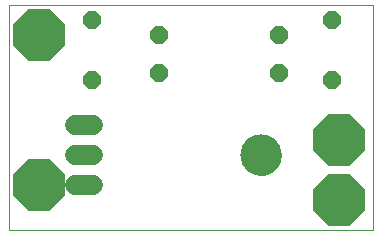
<source format=gbs>
G75*
%MOIN*%
%OFA0B0*%
%FSLAX25Y25*%
%IPPOS*%
%LPD*%
%AMOC8*
5,1,8,0,0,1.08239X$1,22.5*
%
%ADD10C,0.00000*%
%ADD11OC8,0.17200*%
%ADD12OC8,0.06000*%
%ADD13C,0.06800*%
%ADD14C,0.13800*%
D10*
X0003000Y0003125D02*
X0003000Y0078086D01*
X0124201Y0078086D01*
X0124201Y0003125D01*
X0003000Y0003125D01*
X0080500Y0028125D02*
X0080502Y0028286D01*
X0080508Y0028446D01*
X0080518Y0028607D01*
X0080532Y0028767D01*
X0080550Y0028927D01*
X0080571Y0029086D01*
X0080597Y0029245D01*
X0080627Y0029403D01*
X0080660Y0029560D01*
X0080698Y0029717D01*
X0080739Y0029872D01*
X0080784Y0030026D01*
X0080833Y0030179D01*
X0080886Y0030331D01*
X0080942Y0030482D01*
X0081003Y0030631D01*
X0081066Y0030779D01*
X0081134Y0030925D01*
X0081205Y0031069D01*
X0081279Y0031211D01*
X0081357Y0031352D01*
X0081439Y0031490D01*
X0081524Y0031627D01*
X0081612Y0031761D01*
X0081704Y0031893D01*
X0081799Y0032023D01*
X0081897Y0032151D01*
X0081998Y0032276D01*
X0082102Y0032398D01*
X0082209Y0032518D01*
X0082319Y0032635D01*
X0082432Y0032750D01*
X0082548Y0032861D01*
X0082667Y0032970D01*
X0082788Y0033075D01*
X0082912Y0033178D01*
X0083038Y0033278D01*
X0083166Y0033374D01*
X0083297Y0033467D01*
X0083431Y0033557D01*
X0083566Y0033644D01*
X0083704Y0033727D01*
X0083843Y0033807D01*
X0083985Y0033883D01*
X0084128Y0033956D01*
X0084273Y0034025D01*
X0084420Y0034091D01*
X0084568Y0034153D01*
X0084718Y0034211D01*
X0084869Y0034266D01*
X0085022Y0034317D01*
X0085176Y0034364D01*
X0085331Y0034407D01*
X0085487Y0034446D01*
X0085643Y0034482D01*
X0085801Y0034513D01*
X0085959Y0034541D01*
X0086118Y0034565D01*
X0086278Y0034585D01*
X0086438Y0034601D01*
X0086598Y0034613D01*
X0086759Y0034621D01*
X0086920Y0034625D01*
X0087080Y0034625D01*
X0087241Y0034621D01*
X0087402Y0034613D01*
X0087562Y0034601D01*
X0087722Y0034585D01*
X0087882Y0034565D01*
X0088041Y0034541D01*
X0088199Y0034513D01*
X0088357Y0034482D01*
X0088513Y0034446D01*
X0088669Y0034407D01*
X0088824Y0034364D01*
X0088978Y0034317D01*
X0089131Y0034266D01*
X0089282Y0034211D01*
X0089432Y0034153D01*
X0089580Y0034091D01*
X0089727Y0034025D01*
X0089872Y0033956D01*
X0090015Y0033883D01*
X0090157Y0033807D01*
X0090296Y0033727D01*
X0090434Y0033644D01*
X0090569Y0033557D01*
X0090703Y0033467D01*
X0090834Y0033374D01*
X0090962Y0033278D01*
X0091088Y0033178D01*
X0091212Y0033075D01*
X0091333Y0032970D01*
X0091452Y0032861D01*
X0091568Y0032750D01*
X0091681Y0032635D01*
X0091791Y0032518D01*
X0091898Y0032398D01*
X0092002Y0032276D01*
X0092103Y0032151D01*
X0092201Y0032023D01*
X0092296Y0031893D01*
X0092388Y0031761D01*
X0092476Y0031627D01*
X0092561Y0031490D01*
X0092643Y0031352D01*
X0092721Y0031211D01*
X0092795Y0031069D01*
X0092866Y0030925D01*
X0092934Y0030779D01*
X0092997Y0030631D01*
X0093058Y0030482D01*
X0093114Y0030331D01*
X0093167Y0030179D01*
X0093216Y0030026D01*
X0093261Y0029872D01*
X0093302Y0029717D01*
X0093340Y0029560D01*
X0093373Y0029403D01*
X0093403Y0029245D01*
X0093429Y0029086D01*
X0093450Y0028927D01*
X0093468Y0028767D01*
X0093482Y0028607D01*
X0093492Y0028446D01*
X0093498Y0028286D01*
X0093500Y0028125D01*
X0093498Y0027964D01*
X0093492Y0027804D01*
X0093482Y0027643D01*
X0093468Y0027483D01*
X0093450Y0027323D01*
X0093429Y0027164D01*
X0093403Y0027005D01*
X0093373Y0026847D01*
X0093340Y0026690D01*
X0093302Y0026533D01*
X0093261Y0026378D01*
X0093216Y0026224D01*
X0093167Y0026071D01*
X0093114Y0025919D01*
X0093058Y0025768D01*
X0092997Y0025619D01*
X0092934Y0025471D01*
X0092866Y0025325D01*
X0092795Y0025181D01*
X0092721Y0025039D01*
X0092643Y0024898D01*
X0092561Y0024760D01*
X0092476Y0024623D01*
X0092388Y0024489D01*
X0092296Y0024357D01*
X0092201Y0024227D01*
X0092103Y0024099D01*
X0092002Y0023974D01*
X0091898Y0023852D01*
X0091791Y0023732D01*
X0091681Y0023615D01*
X0091568Y0023500D01*
X0091452Y0023389D01*
X0091333Y0023280D01*
X0091212Y0023175D01*
X0091088Y0023072D01*
X0090962Y0022972D01*
X0090834Y0022876D01*
X0090703Y0022783D01*
X0090569Y0022693D01*
X0090434Y0022606D01*
X0090296Y0022523D01*
X0090157Y0022443D01*
X0090015Y0022367D01*
X0089872Y0022294D01*
X0089727Y0022225D01*
X0089580Y0022159D01*
X0089432Y0022097D01*
X0089282Y0022039D01*
X0089131Y0021984D01*
X0088978Y0021933D01*
X0088824Y0021886D01*
X0088669Y0021843D01*
X0088513Y0021804D01*
X0088357Y0021768D01*
X0088199Y0021737D01*
X0088041Y0021709D01*
X0087882Y0021685D01*
X0087722Y0021665D01*
X0087562Y0021649D01*
X0087402Y0021637D01*
X0087241Y0021629D01*
X0087080Y0021625D01*
X0086920Y0021625D01*
X0086759Y0021629D01*
X0086598Y0021637D01*
X0086438Y0021649D01*
X0086278Y0021665D01*
X0086118Y0021685D01*
X0085959Y0021709D01*
X0085801Y0021737D01*
X0085643Y0021768D01*
X0085487Y0021804D01*
X0085331Y0021843D01*
X0085176Y0021886D01*
X0085022Y0021933D01*
X0084869Y0021984D01*
X0084718Y0022039D01*
X0084568Y0022097D01*
X0084420Y0022159D01*
X0084273Y0022225D01*
X0084128Y0022294D01*
X0083985Y0022367D01*
X0083843Y0022443D01*
X0083704Y0022523D01*
X0083566Y0022606D01*
X0083431Y0022693D01*
X0083297Y0022783D01*
X0083166Y0022876D01*
X0083038Y0022972D01*
X0082912Y0023072D01*
X0082788Y0023175D01*
X0082667Y0023280D01*
X0082548Y0023389D01*
X0082432Y0023500D01*
X0082319Y0023615D01*
X0082209Y0023732D01*
X0082102Y0023852D01*
X0081998Y0023974D01*
X0081897Y0024099D01*
X0081799Y0024227D01*
X0081704Y0024357D01*
X0081612Y0024489D01*
X0081524Y0024623D01*
X0081439Y0024760D01*
X0081357Y0024898D01*
X0081279Y0025039D01*
X0081205Y0025181D01*
X0081134Y0025325D01*
X0081066Y0025471D01*
X0081003Y0025619D01*
X0080942Y0025768D01*
X0080886Y0025919D01*
X0080833Y0026071D01*
X0080784Y0026224D01*
X0080739Y0026378D01*
X0080698Y0026533D01*
X0080660Y0026690D01*
X0080627Y0026847D01*
X0080597Y0027005D01*
X0080571Y0027164D01*
X0080550Y0027323D01*
X0080532Y0027483D01*
X0080518Y0027643D01*
X0080508Y0027804D01*
X0080502Y0027964D01*
X0080500Y0028125D01*
D11*
X0113000Y0033125D03*
X0113000Y0013125D03*
X0013000Y0018125D03*
X0013000Y0068125D03*
D12*
X0030500Y0073125D03*
X0053000Y0068125D03*
X0053000Y0055625D03*
X0030500Y0053125D03*
X0093000Y0055625D03*
X0110500Y0053125D03*
X0093000Y0068125D03*
X0110500Y0073125D03*
D13*
X0031000Y0038125D02*
X0025000Y0038125D01*
X0025000Y0028125D02*
X0031000Y0028125D01*
X0031000Y0018125D02*
X0025000Y0018125D01*
D14*
X0087000Y0028125D03*
M02*

</source>
